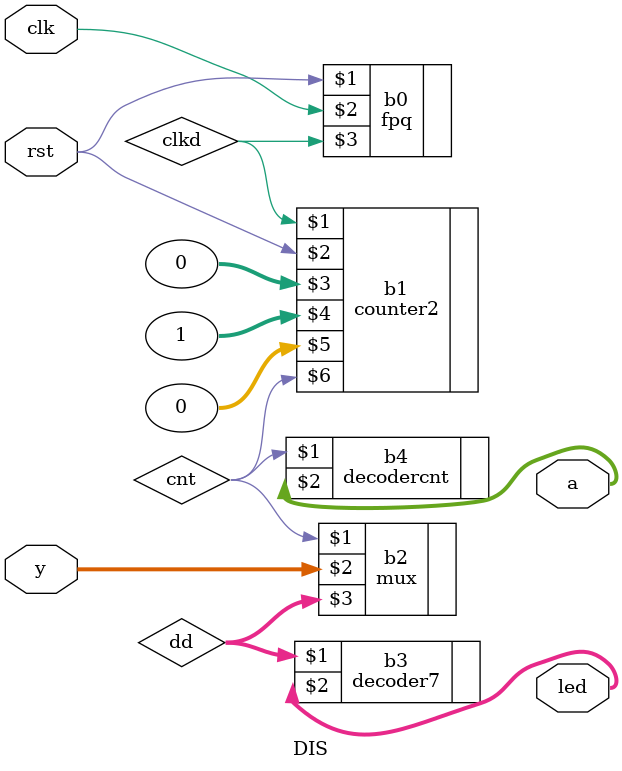
<source format=v>
`timescale 1ns / 1ps

module DIS #(parameter WIDTd = 6)
(
    input clk,
    input rst,
    input [WIDTd-1:0] y,
    output [7:0] a,
    output [6:0] led
);
wire clkd;
wire [3:0] dd;
wire  cnt;
fpq b0(rst,clk,clkd);
counter2 b1(clkd,rst,0,1,0,cnt);
decodercnt b4(cnt,a);
mux b2(cnt,y,dd);
decoder7 b3(dd,led); 
endmodule

</source>
